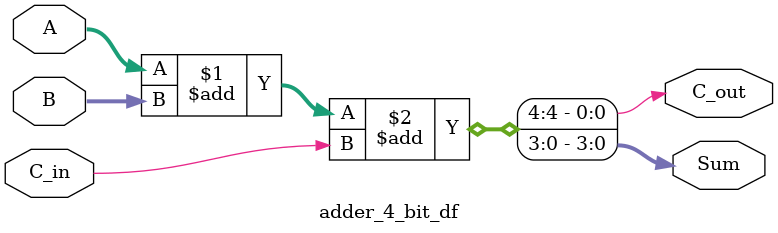
<source format=v>

module adder_4_bit_df ( 
  output [3:0] Sum, 
  output C_out, 
  input [3: 0] A, B, 
  input C_in
);

  assign {C_out, Sum} = A + B + C_in;
endmodule





  


</source>
